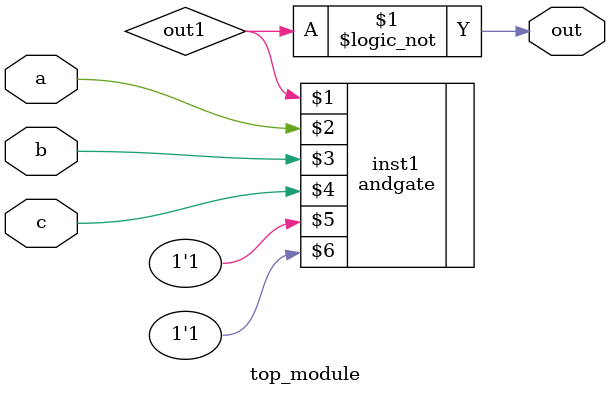
<source format=v>
 module top_module (input a, input b, input c, output out);//
	wire out1;
    andgate inst1 (out1 ,a, b, c, 1'b1, 1'b1);
	assign out = !out1;
endmodule

</source>
